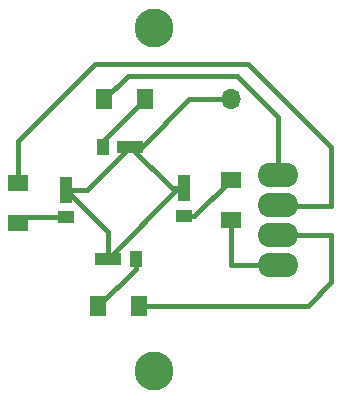
<source format=gbr>
%TF.GenerationSoftware,KiCad,Pcbnew,8.0.6*%
%TF.CreationDate,2024-11-01T18:25:13-04:00*%
%TF.ProjectId,led_circle,6c65645f-6369-4726-936c-652e6b696361,rev?*%
%TF.SameCoordinates,Original*%
%TF.FileFunction,Copper,L1,Top*%
%TF.FilePolarity,Positive*%
%FSLAX46Y46*%
G04 Gerber Fmt 4.6, Leading zero omitted, Abs format (unit mm)*
G04 Created by KiCad (PCBNEW 8.0.6) date 2024-11-01 18:25:13*
%MOMM*%
%LPD*%
G01*
G04 APERTURE LIST*
%TA.AperFunction,ComponentPad*%
%ADD10C,3.300000*%
%TD*%
%TA.AperFunction,SMDPad,CuDef*%
%ADD11R,1.000000X2.300000*%
%TD*%
%TA.AperFunction,SMDPad,CuDef*%
%ADD12R,1.400000X1.100000*%
%TD*%
%TA.AperFunction,SMDPad,CuDef*%
%ADD13R,1.700000X1.400000*%
%TD*%
%TA.AperFunction,ComponentPad*%
%ADD14O,1.700000X1.700000*%
%TD*%
%TA.AperFunction,SMDPad,CuDef*%
%ADD15R,2.300000X1.000000*%
%TD*%
%TA.AperFunction,SMDPad,CuDef*%
%ADD16R,1.100000X1.400000*%
%TD*%
%TA.AperFunction,ComponentPad*%
%ADD17O,3.400000X2.100000*%
%TD*%
%TA.AperFunction,SMDPad,CuDef*%
%ADD18R,1.400000X1.700000*%
%TD*%
%TA.AperFunction,Conductor*%
%ADD19C,0.400000*%
%TD*%
G04 APERTURE END LIST*
D10*
%TO.P,H1,*%
%TO.N,*%
X131500000Y-69000000D03*
%TD*%
D11*
%TO.P,D4,1,K*%
%TO.N,GND*%
X134050000Y-82550000D03*
D12*
%TO.P,D4,2,A*%
%TO.N,Net-(D4-A)*%
X134050000Y-84900000D03*
%TD*%
D13*
%TO.P,R2,1*%
%TO.N,Net-(D2-A)*%
X120000000Y-85500000D03*
%TO.P,R2,2*%
%TO.N,Net-(J3-Pin_3)*%
X120000000Y-82100000D03*
%TD*%
D14*
%TO.P,J1,1,Pin_1*%
%TO.N,GND*%
X138000000Y-75000000D03*
%TD*%
D11*
%TO.P,D2,1,K*%
%TO.N,GND*%
X124050000Y-82650000D03*
D12*
%TO.P,D2,2,A*%
%TO.N,Net-(D2-A)*%
X124050000Y-85000000D03*
%TD*%
D15*
%TO.P,D3,1,K*%
%TO.N,GND*%
X127600000Y-88500000D03*
D16*
%TO.P,D3,2,A*%
%TO.N,Net-(D3-A)*%
X129950000Y-88500000D03*
%TD*%
D17*
%TO.P,J3,1,Pin_1*%
%TO.N,Net-(J3-Pin_1)*%
X142000000Y-89000000D03*
%TO.P,J3,2,Pin_2*%
%TO.N,Net-(J3-Pin_2)*%
X142000000Y-86460000D03*
%TO.P,J3,3,Pin_3*%
%TO.N,Net-(J3-Pin_3)*%
X142000000Y-83920000D03*
%TO.P,J3,4,Pin_4*%
%TO.N,Net-(J3-Pin_4)*%
X142000000Y-81380000D03*
%TD*%
D18*
%TO.P,R3,1*%
%TO.N,Net-(D3-A)*%
X126800000Y-92500000D03*
%TO.P,R3,2*%
%TO.N,Net-(J3-Pin_2)*%
X130200000Y-92500000D03*
%TD*%
D10*
%TO.P,H2,*%
%TO.N,*%
X131500000Y-98000000D03*
%TD*%
D13*
%TO.P,R4,1*%
%TO.N,Net-(D4-A)*%
X138000000Y-81800000D03*
%TO.P,R4,2*%
%TO.N,Net-(J3-Pin_1)*%
X138000000Y-85200000D03*
%TD*%
D18*
%TO.P,R1,1*%
%TO.N,Net-(D1-A)*%
X130700000Y-75000000D03*
%TO.P,R1,2*%
%TO.N,Net-(J3-Pin_4)*%
X127300000Y-75000000D03*
%TD*%
D15*
%TO.P,D1,1,K*%
%TO.N,GND*%
X129500000Y-79000000D03*
D16*
%TO.P,D1,2,A*%
%TO.N,Net-(D1-A)*%
X127150000Y-79000000D03*
%TD*%
D19*
%TO.N,GND*%
X134050000Y-82550000D02*
X133550000Y-82550000D01*
X125850000Y-82650000D02*
X129500000Y-79000000D01*
X124050000Y-82650000D02*
X125850000Y-82650000D01*
X129500000Y-79000000D02*
X133050000Y-82550000D01*
X134500000Y-75000000D02*
X130500000Y-79000000D01*
X127600000Y-86200000D02*
X124050000Y-82650000D01*
X138000000Y-75000000D02*
X134500000Y-75000000D01*
X133550000Y-82550000D02*
X127600000Y-88500000D01*
X130500000Y-79000000D02*
X129500000Y-79000000D01*
X133050000Y-82550000D02*
X134050000Y-82550000D01*
X127600000Y-88500000D02*
X127600000Y-86200000D01*
%TO.N,Net-(D1-A)*%
X127150000Y-79000000D02*
X127150000Y-78550000D01*
X127150000Y-78550000D02*
X130700000Y-75000000D01*
%TO.N,Net-(D2-A)*%
X124050000Y-85000000D02*
X120500000Y-85000000D01*
X120500000Y-85000000D02*
X120000000Y-85500000D01*
%TO.N,Net-(D3-A)*%
X129950000Y-89350000D02*
X126800000Y-92500000D01*
X129950000Y-88500000D02*
X129950000Y-89350000D01*
%TO.N,Net-(D4-A)*%
X134050000Y-84900000D02*
X134900000Y-84900000D01*
X134900000Y-84900000D02*
X138000000Y-81800000D01*
%TO.N,Net-(J3-Pin_2)*%
X146500000Y-86500000D02*
X146500000Y-90500000D01*
X130200000Y-92500000D02*
X130700000Y-92500000D01*
X144500000Y-92500000D02*
X130200000Y-92500000D01*
X142000000Y-86460000D02*
X146460000Y-86460000D01*
X146460000Y-86460000D02*
X146500000Y-86500000D01*
X146500000Y-90500000D02*
X144500000Y-92500000D01*
%TO.N,Net-(J3-Pin_3)*%
X146500000Y-79000000D02*
X146500000Y-84000000D01*
X126500000Y-72000000D02*
X139500000Y-72000000D01*
X120400000Y-82500000D02*
X120000000Y-82100000D01*
X120000000Y-82100000D02*
X120000000Y-78500000D01*
X142080000Y-84000000D02*
X142000000Y-83920000D01*
X120000000Y-78500000D02*
X126500000Y-72000000D01*
X119900000Y-82000000D02*
X120000000Y-82100000D01*
X139500000Y-72000000D02*
X146500000Y-79000000D01*
X146500000Y-84000000D02*
X142080000Y-84000000D01*
%TO.N,Net-(J3-Pin_1)*%
X142000000Y-89000000D02*
X138000000Y-89000000D01*
X138000000Y-85200000D02*
X138200000Y-85200000D01*
X138000000Y-89000000D02*
X138000000Y-85200000D01*
%TO.N,Net-(J3-Pin_4)*%
X127300000Y-75000000D02*
X127100000Y-75000000D01*
X142000000Y-81380000D02*
X142000000Y-76500000D01*
X142000000Y-76500000D02*
X138500000Y-73000000D01*
X138500000Y-73000000D02*
X129300000Y-73000000D01*
X129300000Y-73000000D02*
X127300000Y-75000000D01*
%TD*%
M02*

</source>
